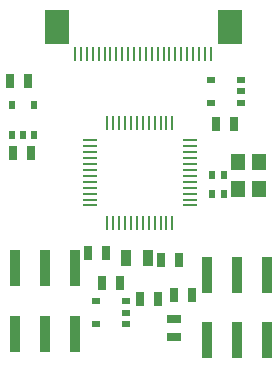
<source format=gts>
G04 (created by PCBNEW (2013-jul-07)-stable) date Mon 11 May 2015 05:44:55 PM EDT*
%MOIN*%
G04 Gerber Fmt 3.4, Leading zero omitted, Abs format*
%FSLAX34Y34*%
G01*
G70*
G90*
G04 APERTURE LIST*
%ADD10C,0.00590551*%
%ADD11R,0.047X0.055*%
%ADD12R,0.02X0.03*%
%ADD13R,0.03X0.02*%
%ADD14R,0.035X0.055*%
%ADD15R,0.025X0.045*%
%ADD16R,0.045X0.025*%
%ADD17R,0.038X0.119*%
%ADD18R,0.023622X0.0275591*%
%ADD19R,0.0787X0.1181*%
%ADD20R,0.00984252X0.0492*%
%ADD21R,0.0472441X0.0102362*%
%ADD22R,0.0102362X0.0472441*%
G04 APERTURE END LIST*
G54D10*
G54D11*
X32013Y-27767D03*
X32683Y-27767D03*
X32683Y-26867D03*
X32013Y-26867D03*
G54D12*
X24458Y-25985D03*
X25208Y-25985D03*
X24458Y-24985D03*
X24833Y-25985D03*
X25208Y-24985D03*
G54D13*
X28277Y-32265D03*
X28277Y-31515D03*
X27277Y-32265D03*
X28277Y-31890D03*
X27277Y-31515D03*
X32108Y-24892D03*
X32108Y-24142D03*
X31108Y-24892D03*
X32108Y-24517D03*
X31108Y-24142D03*
G54D14*
X29000Y-30086D03*
X28250Y-30086D03*
G54D15*
X30453Y-31303D03*
X29853Y-31303D03*
G54D16*
X29856Y-32097D03*
X29856Y-32697D03*
G54D15*
X29347Y-31437D03*
X28747Y-31437D03*
X27002Y-29914D03*
X27602Y-29914D03*
X27465Y-30918D03*
X28065Y-30918D03*
X24487Y-26578D03*
X25087Y-26578D03*
X29434Y-30132D03*
X30034Y-30132D03*
G54D17*
X26558Y-32599D03*
X25558Y-32599D03*
X24558Y-32599D03*
X26558Y-30419D03*
X25558Y-30419D03*
X24558Y-30419D03*
X32969Y-32818D03*
X31969Y-32818D03*
X30969Y-32818D03*
X32969Y-30638D03*
X31969Y-30638D03*
X30969Y-30638D03*
G54D18*
X31132Y-27938D03*
X31132Y-27308D03*
X31526Y-27938D03*
X31526Y-27308D03*
G54D15*
X25011Y-24158D03*
X24411Y-24158D03*
X31261Y-25589D03*
X31861Y-25589D03*
G54D19*
X31718Y-22360D03*
X25957Y-22360D03*
G54D20*
X26564Y-23275D03*
X26761Y-23275D03*
X26957Y-23275D03*
X27154Y-23275D03*
X27351Y-23275D03*
X27548Y-23275D03*
X27745Y-23275D03*
X27942Y-23275D03*
X28138Y-23275D03*
X28335Y-23275D03*
X28532Y-23275D03*
X28729Y-23275D03*
X28926Y-23275D03*
X29123Y-23275D03*
X29320Y-23275D03*
X29516Y-23275D03*
X29713Y-23275D03*
X29910Y-23275D03*
X30107Y-23275D03*
X30304Y-23275D03*
X30501Y-23275D03*
X30698Y-23275D03*
X30894Y-23275D03*
X31091Y-23275D03*
G54D21*
X30401Y-28319D03*
X30401Y-28122D03*
X30401Y-27925D03*
X30401Y-27729D03*
X30401Y-27532D03*
X30401Y-27335D03*
X30401Y-27138D03*
X30401Y-26941D03*
X30401Y-26744D03*
X30401Y-26548D03*
X30401Y-26351D03*
X30401Y-26154D03*
G54D22*
X29810Y-25563D03*
X29416Y-25563D03*
X29220Y-25563D03*
X29023Y-25563D03*
X28629Y-25563D03*
X28432Y-25563D03*
X28235Y-25563D03*
X28039Y-25563D03*
X27842Y-25563D03*
X27645Y-25563D03*
G54D21*
X27054Y-26154D03*
G54D22*
X29613Y-25563D03*
X28826Y-25563D03*
G54D21*
X27054Y-26351D03*
X27054Y-26548D03*
X27054Y-26744D03*
X27054Y-26941D03*
X27054Y-27138D03*
X27054Y-27335D03*
X27054Y-27532D03*
X27054Y-27729D03*
X27054Y-27925D03*
X27054Y-28319D03*
G54D22*
X27842Y-28910D03*
G54D21*
X27054Y-28122D03*
G54D22*
X27645Y-28910D03*
X28039Y-28910D03*
X28235Y-28910D03*
X28432Y-28910D03*
X28629Y-28910D03*
X28826Y-28910D03*
X29023Y-28910D03*
X29220Y-28910D03*
X29416Y-28910D03*
X29613Y-28910D03*
X29810Y-28910D03*
M02*

</source>
